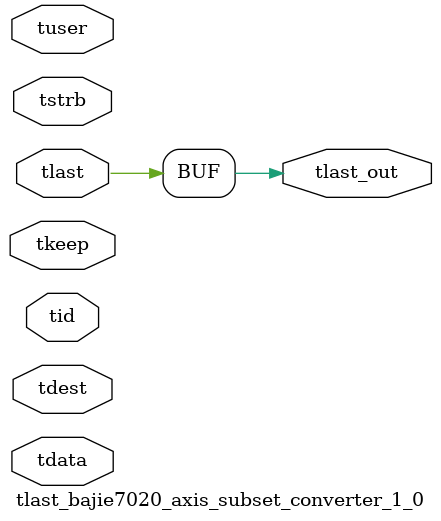
<source format=v>


`timescale 1ps/1ps

module tlast_bajie7020_axis_subset_converter_1_0 #
(
parameter C_S_AXIS_TID_WIDTH   = 1,
parameter C_S_AXIS_TUSER_WIDTH = 0,
parameter C_S_AXIS_TDATA_WIDTH = 0,
parameter C_S_AXIS_TDEST_WIDTH = 0
)
(
input  [(C_S_AXIS_TID_WIDTH   == 0 ? 1 : C_S_AXIS_TID_WIDTH)-1:0       ] tid,
input  [(C_S_AXIS_TDATA_WIDTH == 0 ? 1 : C_S_AXIS_TDATA_WIDTH)-1:0     ] tdata,
input  [(C_S_AXIS_TUSER_WIDTH == 0 ? 1 : C_S_AXIS_TUSER_WIDTH)-1:0     ] tuser,
input  [(C_S_AXIS_TDEST_WIDTH == 0 ? 1 : C_S_AXIS_TDEST_WIDTH)-1:0     ] tdest,
input  [(C_S_AXIS_TDATA_WIDTH/8)-1:0 ] tkeep,
input  [(C_S_AXIS_TDATA_WIDTH/8)-1:0 ] tstrb,
input  [0:0]                                                             tlast,
output                                                                   tlast_out
);

assign tlast_out = {tlast};

endmodule


</source>
